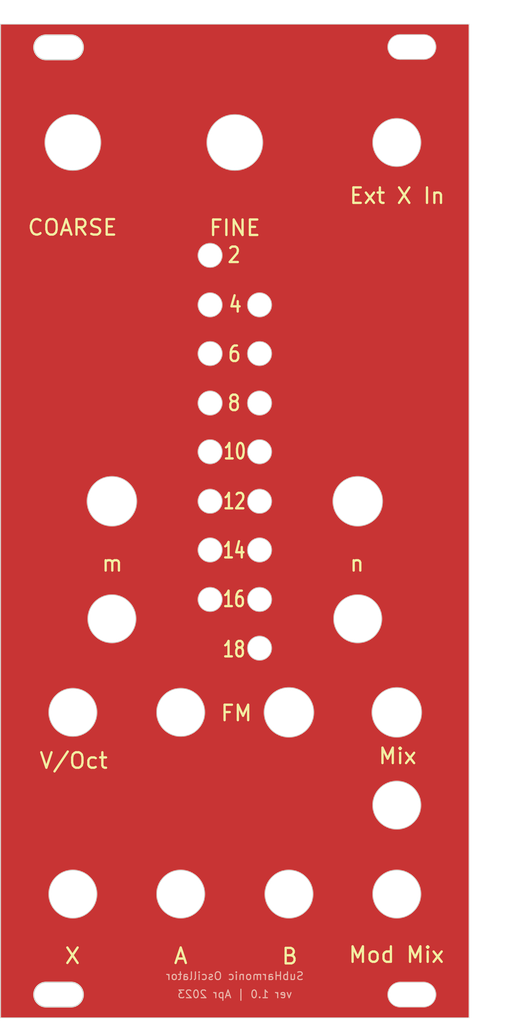
<source format=kicad_pcb>
(kicad_pcb (version 20211014) (generator pcbnew)
  (layers (0 "F.Cu" signal) (31 "B.Cu" signal) (34 "B.Paste" user) (35 "F.Paste" user) (36 "B.SilkS" user "B.Silkscreen") (37 "F.SilkS" user "F.Silkscreen") (38 "B.Mask" user) (39 "F.Mask" user) (44 "Edge.Cuts" user))
  (net 0 "")
  (footprint "Graphics:pot_scale_centre" (layer "F.Cu") (at 45.656808 48.527168)
    (fp_text reference "G***")
    (fp_text value "LOGO" hide)
  )
  (footprint "Graphics:pot_scale_centre" (layer "F.Cu") (at 66.606808 48.527168)
    (fp_text reference "G***")
    (fp_text value "LOGO" hide)
  )
  (gr_arc (start 87.95 159.85) (mid 86.35 158.25) (end 87.95 156.65) (layer "Edge.Cuts") (width 0.1))
  (gr_circle (center 69.75 107.15) (end 71.3 107.15) (layer "Edge.Cuts") (width 0.1) (fill none))
  (gr_circle (center 50.65 109.65) (end 53.75 109.65) (layer "Edge.Cuts") (width 0.1) (fill none))
  (gr_arc (start 42.15 37.35) (mid 40.55 35.75) (end 42.15 34.15) (layer "Edge.Cuts") (width 0.15))
  (gr_line (start 87.95 156.65) (end 90.95 156.65) (layer "Edge.Cuts") (width 0.1))
  (gr_circle (center 87.5 133.75) (end 90.6 133.75) (layer "Edge.Cuts") (width 0.1) (fill none))
  (gr_line (start 45.35 37.35) (end 42.15 37.35) (layer "Edge.Cuts") (width 0.15))
  (gr_line (start 42.15 156.65) (end 45.35 156.65) (layer "Edge.Cuts") (width 0.15))
  (gr_circle (center 87.5 48.05) (end 90.6 48.05) (layer "Edge.Cuts") (width 0.1) (fill none))
  (gr_circle (center 82.45 94.45) (end 85.65 94.45) (layer "Edge.Cuts") (width 0.1) (fill none))
  (gr_circle (center 69.75 81.75) (end 71.3 81.75) (layer "Edge.Cuts") (width 0.1) (fill none))
  (gr_circle (center 63.35 88.05) (end 64.9 88.05) (layer "Edge.Cuts") (width 0.1) (fill none))
  (gr_arc (start 87.95 37.3) (mid 86.35 35.7) (end 87.95 34.1) (layer "Edge.Cuts") (width 0.1))
  (gr_arc (start 90.95 34.1) (mid 92.55 35.7) (end 90.95 37.3) (layer "Edge.Cuts") (width 0.1))
  (gr_circle (center 66.55 48.05) (end 70.15 48.05) (layer "Edge.Cuts") (width 0.1) (fill none))
  (gr_circle (center 45.6 121.75) (end 48.7 121.75) (layer "Edge.Cuts") (width 0.1) (fill none))
  (gr_circle (center 69.75 94.45) (end 71.3 94.45) (layer "Edge.Cuts") (width 0.1) (fill none))
  (gr_line (start 45.35 159.85) (end 42.15 159.85) (layer "Edge.Cuts") (width 0.15))
  (gr_circle (center 87.5 121.75) (end 90.7 121.75) (layer "Edge.Cuts") (width 0.1) (fill none))
  (gr_circle (center 69.75 113.45) (end 71.3 113.45) (layer "Edge.Cuts") (width 0.1) (fill none))
  (gr_circle (center 63.35 62.65) (end 64.9 62.65) (layer "Edge.Cuts") (width 0.1) (fill none))
  (gr_line (start 42.15 34.15) (end 45.35 34.15) (layer "Edge.Cuts") (width 0.15))
  (gr_circle (center 69.75 100.75) (end 71.3 100.75) (layer "Edge.Cuts") (width 0.1) (fill none))
  (gr_circle (center 87.5 145.25) (end 90.6 145.25) (layer "Edge.Cuts") (width 0.1) (fill none))
  (gr_circle (center 73.55 145.25) (end 76.65 145.25) (layer "Edge.Cuts") (width 0.1) (fill none))
  (gr_line (start 87.95 34.1) (end 90.95 34.1) (layer "Edge.Cuts") (width 0.1))
  (gr_circle (center 63.35 94.45) (end 64.9 94.45) (layer "Edge.Cuts") (width 0.1) (fill none))
  (gr_circle (center 63.35 81.75) (end 64.9 81.75) (layer "Edge.Cuts") (width 0.1) (fill none))
  (gr_circle (center 73.55 121.75) (end 76.75 121.75) (layer "Edge.Cuts") (width 0.1) (fill none))
  (gr_circle (center 69.75 75.35) (end 71.3 75.35) (layer "Edge.Cuts") (width 0.1) (fill none))
  (gr_circle (center 82.45 109.65) (end 85.55 109.65) (layer "Edge.Cuts") (width 0.1) (fill none))
  (gr_circle (center 45.6 48.05) (end 49.2 48.05) (layer "Edge.Cuts") (width 0.1) (fill none))
  (gr_arc (start 42.15 159.85) (mid 40.55 158.25) (end 42.15 156.65) (layer "Edge.Cuts") (width 0.15))
  (gr_circle (center 59.55 145.25) (end 62.65 145.25) (layer "Edge.Cuts") (width 0.1) (fill none))
  (gr_circle (center 69.75 69.05) (end 71.3 69.05) (layer "Edge.Cuts") (width 0.1) (fill none))
  (gr_circle (center 63.35 100.75) (end 64.9 100.75) (layer "Edge.Cuts") (width 0.1) (fill none))
  (gr_circle (center 63.35 107.15) (end 64.9 107.15) (layer "Edge.Cuts") (width 0.1) (fill none))
  (gr_arc (start 45.35 34.15) (mid 46.95 35.75) (end 45.35 37.35) (layer "Edge.Cuts") (width 0.15))
  (gr_arc (start 45.35 156.65) (mid 46.95 158.25) (end 45.35 159.85) (layer "Edge.Cuts") (width 0.15))
  (gr_circle (center 50.65 94.45) (end 53.85 94.45) (layer "Edge.Cuts") (width 0.1) (fill none))
  (gr_arc (start 90.95 156.65) (mid 92.55 158.25) (end 90.95 159.85) (layer "Edge.Cuts") (width 0.1))
  (gr_line (start 90.95 159.85) (end 87.95 159.85) (layer "Edge.Cuts") (width 0.1))
  (gr_circle (center 45.6 145.25) (end 48.7 145.25) (layer "Edge.Cuts") (width 0.1) (fill none))
  (gr_circle (center 63.35 69.05) (end 64.9 69.05) (layer "Edge.Cuts") (width 0.1) (fill none))
  (gr_rect (start 36.25 32.75) (end 96.85 161.25) (layer "Edge.Cuts") (width 0.1) (fill none))
  (gr_line (start 90.95 37.3) (end 87.95 37.3) (layer "Edge.Cuts") (width 0.1))
  (gr_circle (center 59.55 121.75) (end 62.65 121.75) (layer "Edge.Cuts") (width 0.1) (fill none))
  (gr_circle (center 69.75 88.05) (end 71.3 88.05) (layer "Edge.Cuts") (width 0.1) (fill none))
  (gr_circle (center 63.35 75.35) (end 64.9 75.35) (layer "Edge.Cuts") (width 0.1) (fill none))
  (gr_text "SubHarmonic Oscillator" (at 66.55 155.85) (layer "B.SilkS") (effects (font (size 1 1)) (justify mirror)))
  (gr_text "ver 1.0 | Apr 2023" (at 66.55 158.2) (layer "B.SilkS") (effects (font (size 1 1)) (justify mirror)))
  (gr_text "6" (at 66.5 75.4) (layer "F.SilkS") (effects (font (size 2 1.7) (thickness 0.3))))
  (gr_text "Ext X In" (at 87.55 54.95) (layer "F.SilkS") (effects (font (size 2 2) (thickness 0.3))))
  (gr_text "B" (at 73.65 153.3) (layer "F.SilkS") (effects (font (size 2 2) (thickness 0.3))))
  (gr_text "A" (at 59.55 153.25) (layer "F.SilkS") (effects (font (size 2 2) (thickness 0.3))))
  (gr_text "14" (at 66.45 100.8) (layer "F.SilkS") (effects (font (size 2 1.5) (thickness 0.3))))
  (gr_text "FM" (at 66.75 121.85) (layer "F.SilkS") (effects (font (size 2 2) (thickness 0.3))))
  (gr_text "V/Oct" (at 45.7 128) (layer "F.SilkS") (effects (font (size 2 2) (thickness 0.3))))
  (gr_text "18" (at 66.45 113.6) (layer "F.SilkS") (effects (font (size 2 1.5) (thickness 0.3))))
  (gr_text "COARSE" (at 45.55 59.05) (layer "F.SilkS") (effects (font (size 2 2) (thickness 0.3))))
  (gr_text "8" (at 66.45 81.75) (layer "F.SilkS") (effects (font (size 2 1.7) (thickness 0.3))))
  (gr_text "2" (at 66.45 62.6) (layer "F.SilkS") (effects (font (size 2 1.7) (thickness 0.3))))
  (gr_text "12" (at 66.5 94.45) (layer "F.SilkS") (effects (font (size 2 1.5) (thickness 0.3))))
  (gr_text "Mix" (at 87.6 127.4) (layer "F.SilkS") (effects (font (size 2 2) (thickness 0.3))))
  (gr_text "10" (at 66.55 88) (layer "F.SilkS") (effects (font (size 2 1.5) (thickness 0.3))))
  (gr_text "X" (at 45.55 153.25) (layer "F.SilkS") (effects (font (size 2 2) (thickness 0.3))))
  (gr_text "16" (at 66.45 107.1) (layer "F.SilkS") (effects (font (size 2 1.5) (thickness 0.3))))
  (gr_text "4" (at 66.6 69) (layer "F.SilkS") (effects (font (size 2 1.7) (thickness 0.3))))
  (gr_text "FINE" (at 66.55 59.1) (layer "F.SilkS") (effects (font (size 2 2) (thickness 0.3))))
  (gr_text "n" (at 82.35 102.5) (layer "F.SilkS") (effects (font (size 2 2) (thickness 0.3))))
  (gr_text "m" (at 50.7 102.5) (layer "F.SilkS") (effects (font (size 2 2) (thickness 0.3))))
  (gr_text "Mod Mix" (at 87.45 153.1) (layer "F.SilkS") (effects (font (size 2 2) (thickness 0.3))))
  (zone (net 0) (net_name "") (layer "F.Cu") (connect_pads (clearance 0)) (min_thickness 0.254) (fill yes (thermal_gap 0.508) (thermal_bridge_width 0.508))
    (polygon (pts (xy 96.85 161.25) (xy 36.25 161.25) (xy 36.25 32.75) (xy 96.85 32.75)))
  )
)
</source>
